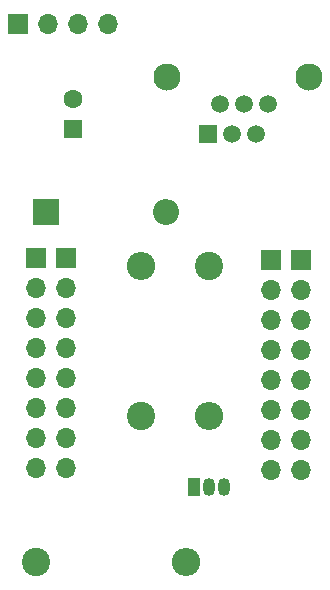
<source format=gbr>
%TF.GenerationSoftware,KiCad,Pcbnew,8.0.0-8.0.0-1~ubuntu22.04.1*%
%TF.CreationDate,2024-03-06T20:03:24+01:00*%
%TF.ProjectId,P1,50312e6b-6963-4616-945f-706362585858,rev?*%
%TF.SameCoordinates,Original*%
%TF.FileFunction,Soldermask,Bot*%
%TF.FilePolarity,Negative*%
%FSLAX46Y46*%
G04 Gerber Fmt 4.6, Leading zero omitted, Abs format (unit mm)*
G04 Created by KiCad (PCBNEW 8.0.0-8.0.0-1~ubuntu22.04.1) date 2024-03-06 20:03:24*
%MOMM*%
%LPD*%
G01*
G04 APERTURE LIST*
%ADD10R,1.050000X1.500000*%
%ADD11O,1.050000X1.500000*%
%ADD12C,2.300000*%
%ADD13R,1.520000X1.520000*%
%ADD14C,1.520000*%
%ADD15O,1.700000X1.700000*%
%ADD16R,1.700000X1.700000*%
%ADD17R,2.200000X2.200000*%
%ADD18O,2.200000X2.200000*%
%ADD19C,2.400000*%
%ADD20O,2.400000X2.400000*%
%ADD21R,1.600000X1.600000*%
%ADD22C,1.600000*%
G04 APERTURE END LIST*
D10*
%TO.C,Q1*%
X145200000Y-63210000D03*
D11*
X146470000Y-63210000D03*
X147740000Y-63210000D03*
%TD*%
D12*
%TO.C,J1*%
X154950000Y-28560000D03*
X142950000Y-28560000D03*
D13*
X146400000Y-33400000D03*
D14*
X147420000Y-30860000D03*
X148440000Y-33400000D03*
X149460000Y-30860000D03*
X150480000Y-33400000D03*
X151500000Y-30860000D03*
%TD*%
D15*
%TO.C,J2*%
X137910000Y-24070000D03*
X135370000Y-24070000D03*
X132830000Y-24070000D03*
D16*
X130290000Y-24070000D03*
%TD*%
D17*
%TO.C,D1*%
X132650000Y-39940000D03*
D18*
X142810000Y-39940000D03*
%TD*%
D19*
%TO.C,R1*%
X140730000Y-57199999D03*
D20*
X140730000Y-44499999D03*
%TD*%
D21*
%TO.C,C1*%
X134940000Y-32920000D03*
D22*
X134940000Y-30420000D03*
%TD*%
D19*
%TO.C,R3*%
X146450001Y-44500000D03*
D20*
X146450001Y-57200000D03*
%TD*%
D19*
%TO.C,R2*%
X131790000Y-69580000D03*
D20*
X144490000Y-69580000D03*
%TD*%
D16*
%TO.C,U1*%
X131815000Y-43890000D03*
D15*
X131815000Y-46430000D03*
X131815000Y-48970000D03*
X131815000Y-51510000D03*
X131815000Y-54050000D03*
X131815000Y-56590000D03*
X131815000Y-59130000D03*
X131815000Y-61670000D03*
D16*
X134355000Y-43890000D03*
D15*
X134355000Y-46430000D03*
X134355000Y-48970000D03*
X134355000Y-51510000D03*
X134355000Y-54050000D03*
X134355000Y-56590000D03*
X134355000Y-59130000D03*
X134355000Y-61670000D03*
D16*
X151715000Y-44070000D03*
D15*
X151715000Y-46610000D03*
X151715000Y-49150000D03*
X151715000Y-51690000D03*
X151715000Y-54230000D03*
X151715000Y-56770000D03*
X151715000Y-59310000D03*
X151715000Y-61850000D03*
D16*
X154255000Y-44070000D03*
D15*
X154255000Y-46610000D03*
X154255000Y-49150000D03*
X154255000Y-51690000D03*
X154255000Y-54230000D03*
X154255000Y-56770000D03*
X154255000Y-59310000D03*
X154255000Y-61850000D03*
%TD*%
M02*

</source>
